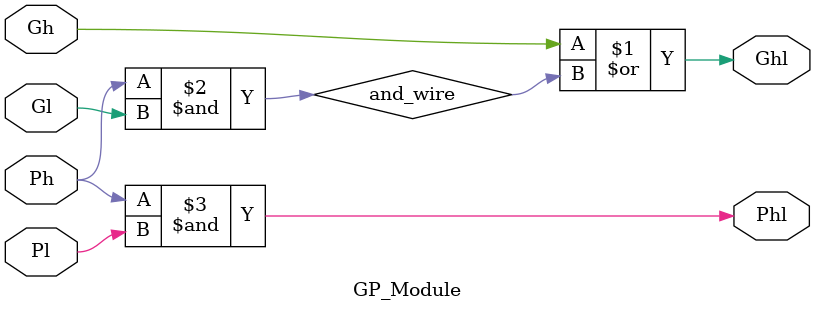
<source format=v>
module GP_Module(Ghl,Phl,Gh,Ph,Gl,Pl);
  output Ghl,Phl;
  input Gh,Ph,Gl,Pl;
  wire and_wire;
  or o1(Ghl,Gh,and_wire);
  and a1(and_wire,Ph,Gl);
  and a2(Phl,Ph,Pl);
  
endmodule

</source>
